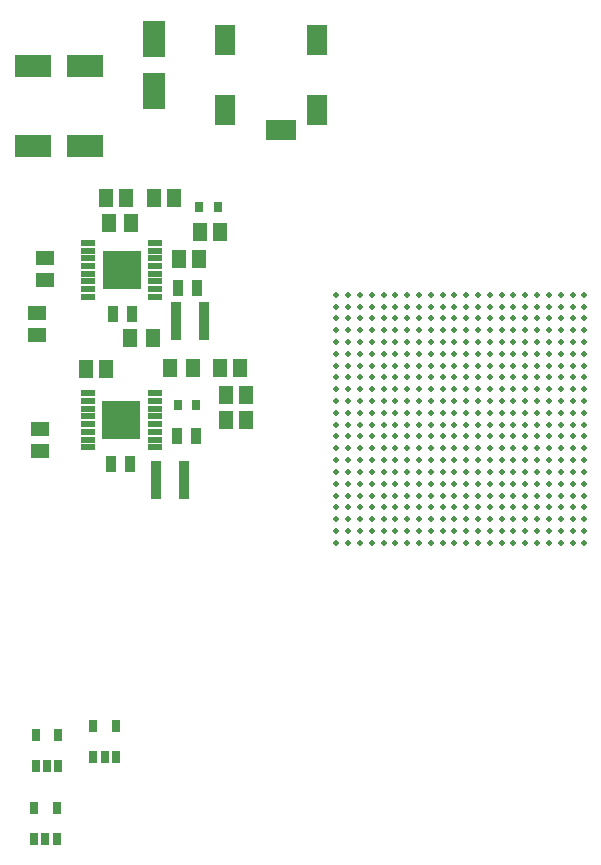
<source format=gbr>
G04 EAGLE Gerber RS-274X export*
G75*
%MOMM*%
%FSLAX34Y34*%
%LPD*%
%INSolderpaste Top*%
%IPPOS*%
%AMOC8*
5,1,8,0,0,1.08239X$1,22.5*%
G01*
%ADD10R,1.300000X1.500000*%
%ADD11R,0.970000X1.470000*%
%ADD12R,0.690000X0.990000*%
%ADD13R,1.800000X2.500000*%
%ADD14R,2.500000X1.800000*%
%ADD15R,0.800000X0.950000*%
%ADD16R,1.500000X1.300000*%
%ADD17R,1.271900X0.581800*%
%ADD18R,3.300000X3.300000*%
%ADD19C,0.500000*%
%ADD20R,0.961800X3.341800*%
%ADD21R,1.850000X3.150000*%
%ADD22R,3.150000X1.850000*%


D10*
X314100Y494800D03*
X331100Y494800D03*
X258000Y639100D03*
X275000Y639100D03*
X319000Y472300D03*
X336000Y472300D03*
X279500Y587400D03*
X296500Y587400D03*
D11*
X221800Y413700D03*
X238400Y413700D03*
X223400Y540700D03*
X240000Y540700D03*
X294200Y437400D03*
X277600Y437400D03*
X294900Y563200D03*
X278300Y563200D03*
D10*
X201000Y494500D03*
X218000Y494500D03*
X217700Y639100D03*
X234700Y639100D03*
X319100Y451100D03*
X336100Y451100D03*
X314400Y610600D03*
X297400Y610600D03*
D12*
X157000Y96800D03*
X166500Y96800D03*
X176000Y96800D03*
X176000Y122700D03*
X157000Y122700D03*
X207100Y165800D03*
X216600Y165800D03*
X226100Y165800D03*
X226100Y191700D03*
X207100Y191700D03*
X158300Y158600D03*
X167800Y158600D03*
X177300Y158600D03*
X177300Y184500D03*
X158300Y184500D03*
D13*
X396800Y713300D03*
X318800Y713300D03*
X396800Y773300D03*
X318800Y773300D03*
D14*
X365800Y696800D03*
D10*
X291200Y494900D03*
X272200Y494900D03*
X238900Y618300D03*
X219900Y618300D03*
D15*
X278300Y464200D03*
X294300Y464200D03*
X296400Y631300D03*
X312400Y631300D03*
D10*
X257500Y520500D03*
X238500Y520500D03*
D16*
X165900Y588400D03*
X165900Y569400D03*
X162000Y443600D03*
X162000Y424600D03*
X159700Y542100D03*
X159700Y523100D03*
D17*
X202583Y473650D03*
X202583Y467150D03*
X202583Y460650D03*
X202583Y454150D03*
X202583Y447650D03*
X202583Y441150D03*
X202583Y434650D03*
X202583Y428150D03*
X259017Y428150D03*
X259017Y434650D03*
X259017Y441150D03*
X259017Y447650D03*
X259017Y454150D03*
X259017Y460650D03*
X259017Y467150D03*
X259017Y473650D03*
D18*
X230800Y450900D03*
D19*
X412750Y557250D03*
X422750Y557250D03*
X432750Y557250D03*
X442750Y557250D03*
X452750Y557250D03*
X462750Y557250D03*
X472750Y557250D03*
X482750Y557250D03*
X492750Y557250D03*
X502750Y557250D03*
X512750Y557250D03*
X522750Y557250D03*
X532750Y557250D03*
X542750Y557250D03*
X552750Y557250D03*
X562750Y557250D03*
X572750Y557250D03*
X582750Y557250D03*
X592750Y557250D03*
X602750Y557250D03*
X612750Y557250D03*
X622750Y557250D03*
X412750Y547250D03*
X422750Y547250D03*
X432750Y547250D03*
X442750Y547250D03*
X452750Y547250D03*
X462750Y547250D03*
X472750Y547250D03*
X482750Y547250D03*
X492750Y547250D03*
X502750Y547250D03*
X512750Y547250D03*
X522750Y547250D03*
X532750Y547250D03*
X542750Y547250D03*
X552750Y547250D03*
X562750Y547250D03*
X572750Y547250D03*
X582750Y547250D03*
X592750Y547250D03*
X602750Y547250D03*
X612750Y547250D03*
X622750Y547250D03*
X412750Y537250D03*
X422750Y537250D03*
X432750Y537250D03*
X442750Y537250D03*
X452750Y537250D03*
X462750Y537250D03*
X472750Y537250D03*
X482750Y537250D03*
X492750Y537250D03*
X502750Y537250D03*
X512750Y537250D03*
X522750Y537250D03*
X532750Y537250D03*
X542750Y537250D03*
X552750Y537250D03*
X562750Y537250D03*
X572750Y537250D03*
X582750Y537250D03*
X592750Y537250D03*
X602750Y537250D03*
X612750Y537250D03*
X622750Y537250D03*
X412750Y527250D03*
X422750Y527250D03*
X432750Y527250D03*
X442750Y527250D03*
X452750Y527250D03*
X462750Y527250D03*
X472750Y527250D03*
X482750Y527250D03*
X492750Y527250D03*
X502750Y527250D03*
X512750Y527250D03*
X522750Y527250D03*
X532750Y527250D03*
X542750Y527250D03*
X552750Y527250D03*
X562750Y527250D03*
X572750Y527250D03*
X582750Y527250D03*
X592750Y527250D03*
X602750Y527250D03*
X612750Y527250D03*
X622750Y527250D03*
X412750Y517250D03*
X422750Y517250D03*
X432750Y517250D03*
X442750Y517250D03*
X452750Y517250D03*
X462750Y517250D03*
X472750Y517250D03*
X482750Y517250D03*
X492750Y517250D03*
X502750Y517250D03*
X512750Y517250D03*
X522750Y517250D03*
X532750Y517250D03*
X542750Y517250D03*
X552750Y517250D03*
X562750Y517250D03*
X572750Y517250D03*
X582750Y517250D03*
X592750Y517250D03*
X602750Y517250D03*
X612750Y517250D03*
X622750Y517250D03*
X412750Y507250D03*
X422750Y507250D03*
X432750Y507250D03*
X442750Y507250D03*
X452750Y507250D03*
X462750Y507250D03*
X472750Y507250D03*
X482750Y507250D03*
X492750Y507250D03*
X502750Y507250D03*
X512750Y507250D03*
X522750Y507250D03*
X532750Y507250D03*
X542750Y507250D03*
X552750Y507250D03*
X562750Y507250D03*
X572750Y507250D03*
X582750Y507250D03*
X592750Y507250D03*
X602750Y507250D03*
X612750Y507250D03*
X622750Y507250D03*
X412750Y497250D03*
X422750Y497250D03*
X432750Y497250D03*
X442750Y497250D03*
X452750Y497250D03*
X462750Y497250D03*
X472750Y497250D03*
X482750Y497250D03*
X492750Y497250D03*
X502750Y497250D03*
X512750Y497250D03*
X522750Y497250D03*
X532750Y497250D03*
X542750Y497250D03*
X552750Y497250D03*
X562750Y497250D03*
X572750Y497250D03*
X582750Y497250D03*
X592750Y497250D03*
X602750Y497250D03*
X612750Y497250D03*
X622750Y497250D03*
X412750Y487250D03*
X422750Y487250D03*
X432750Y487250D03*
X442750Y487250D03*
X452750Y487250D03*
X462750Y487250D03*
X472750Y487250D03*
X482750Y487250D03*
X492750Y487250D03*
X502750Y487250D03*
X512750Y487250D03*
X522750Y487250D03*
X532750Y487250D03*
X542750Y487250D03*
X552750Y487250D03*
X562750Y487250D03*
X572750Y487250D03*
X582750Y487250D03*
X592750Y487250D03*
X602750Y487250D03*
X612750Y487250D03*
X622750Y487250D03*
X412750Y477250D03*
X422750Y477250D03*
X432750Y477250D03*
X442750Y477250D03*
X452750Y477250D03*
X462750Y477250D03*
X472750Y477250D03*
X482750Y477250D03*
X492750Y477250D03*
X502750Y477250D03*
X512750Y477250D03*
X522750Y477250D03*
X532750Y477250D03*
X542750Y477250D03*
X552750Y477250D03*
X562750Y477250D03*
X572750Y477250D03*
X582750Y477250D03*
X592750Y477250D03*
X602750Y477250D03*
X612750Y477250D03*
X622750Y477250D03*
X412750Y467250D03*
X422750Y467250D03*
X432750Y467250D03*
X442750Y467250D03*
X452750Y467250D03*
X462750Y467250D03*
X472750Y467250D03*
X482750Y467250D03*
X492750Y467250D03*
X502750Y467250D03*
X512750Y467250D03*
X522750Y467250D03*
X532750Y467250D03*
X542750Y467250D03*
X552750Y467250D03*
X562750Y467250D03*
X572750Y467250D03*
X582750Y467250D03*
X592750Y467250D03*
X602750Y467250D03*
X612750Y467250D03*
X622750Y467250D03*
X412750Y457250D03*
X422750Y457250D03*
X432750Y457250D03*
X442750Y457250D03*
X452750Y457250D03*
X462750Y457250D03*
X472750Y457250D03*
X482750Y457250D03*
X492750Y457250D03*
X502750Y457250D03*
X512750Y457250D03*
X522750Y457250D03*
X532750Y457250D03*
X542750Y457250D03*
X552750Y457250D03*
X562750Y457250D03*
X572750Y457250D03*
X582750Y457250D03*
X592750Y457250D03*
X602750Y457250D03*
X612750Y457250D03*
X622750Y457250D03*
X412750Y447250D03*
X422750Y447250D03*
X432750Y447250D03*
X442750Y447250D03*
X452750Y447250D03*
X462750Y447250D03*
X472750Y447250D03*
X482750Y447250D03*
X492750Y447250D03*
X502750Y447250D03*
X512750Y447250D03*
X522750Y447250D03*
X532750Y447250D03*
X542750Y447250D03*
X552750Y447250D03*
X562750Y447250D03*
X572750Y447250D03*
X582750Y447250D03*
X592750Y447250D03*
X602750Y447250D03*
X612750Y447250D03*
X622750Y447250D03*
X412750Y437250D03*
X422750Y437250D03*
X432750Y437250D03*
X442750Y437250D03*
X452750Y437250D03*
X462750Y437250D03*
X472750Y437250D03*
X482750Y437250D03*
X492750Y437250D03*
X502750Y437250D03*
X512750Y437250D03*
X522750Y437250D03*
X532750Y437250D03*
X542750Y437250D03*
X552750Y437250D03*
X562750Y437250D03*
X572750Y437250D03*
X582750Y437250D03*
X592750Y437250D03*
X602750Y437250D03*
X612750Y437250D03*
X622750Y437250D03*
X412750Y427250D03*
X422750Y427250D03*
X432750Y427250D03*
X442750Y427250D03*
X452750Y427250D03*
X462750Y427250D03*
X472750Y427250D03*
X482750Y427250D03*
X492750Y427250D03*
X502750Y427250D03*
X512750Y427250D03*
X522750Y427250D03*
X532750Y427250D03*
X542750Y427250D03*
X552750Y427250D03*
X562750Y427250D03*
X572750Y427250D03*
X582750Y427250D03*
X592750Y427250D03*
X602750Y427250D03*
X612750Y427250D03*
X622750Y427250D03*
X412750Y417250D03*
X422750Y417250D03*
X432750Y417250D03*
X442750Y417250D03*
X452750Y417250D03*
X462750Y417250D03*
X472750Y417250D03*
X482750Y417250D03*
X492750Y417250D03*
X502750Y417250D03*
X512750Y417250D03*
X522750Y417250D03*
X532750Y417250D03*
X542750Y417250D03*
X552750Y417250D03*
X562750Y417250D03*
X572750Y417250D03*
X582750Y417250D03*
X592750Y417250D03*
X602750Y417250D03*
X612750Y417250D03*
X622750Y417250D03*
X412750Y407250D03*
X422750Y407250D03*
X432750Y407250D03*
X442750Y407250D03*
X452750Y407250D03*
X462750Y407250D03*
X472750Y407250D03*
X482750Y407250D03*
X492750Y407250D03*
X502750Y407250D03*
X512750Y407250D03*
X522750Y407250D03*
X532750Y407250D03*
X542750Y407250D03*
X552750Y407250D03*
X562750Y407250D03*
X572750Y407250D03*
X582750Y407250D03*
X592750Y407250D03*
X602750Y407250D03*
X612750Y407250D03*
X622750Y407250D03*
X412750Y397250D03*
X422750Y397250D03*
X432750Y397250D03*
X442750Y397250D03*
X452750Y397250D03*
X462750Y397250D03*
X472750Y397250D03*
X482750Y397250D03*
X492750Y397250D03*
X502750Y397250D03*
X512750Y397250D03*
X522750Y397250D03*
X532750Y397250D03*
X542750Y397250D03*
X552750Y397250D03*
X562750Y397250D03*
X572750Y397250D03*
X582750Y397250D03*
X592750Y397250D03*
X602750Y397250D03*
X612750Y397250D03*
X622750Y397250D03*
X412750Y387250D03*
X422750Y387250D03*
X432750Y387250D03*
X442750Y387250D03*
X452750Y387250D03*
X462750Y387250D03*
X472750Y387250D03*
X482750Y387250D03*
X492750Y387250D03*
X502750Y387250D03*
X512750Y387250D03*
X522750Y387250D03*
X532750Y387250D03*
X542750Y387250D03*
X552750Y387250D03*
X562750Y387250D03*
X572750Y387250D03*
X582750Y387250D03*
X592750Y387250D03*
X602750Y387250D03*
X612750Y387250D03*
X622750Y387250D03*
X412750Y377250D03*
X422750Y377250D03*
X432750Y377250D03*
X442750Y377250D03*
X452750Y377250D03*
X462750Y377250D03*
X472750Y377250D03*
X482750Y377250D03*
X492750Y377250D03*
X502750Y377250D03*
X512750Y377250D03*
X522750Y377250D03*
X532750Y377250D03*
X542750Y377250D03*
X552750Y377250D03*
X562750Y377250D03*
X572750Y377250D03*
X582750Y377250D03*
X592750Y377250D03*
X602750Y377250D03*
X612750Y377250D03*
X622750Y377250D03*
X412750Y367250D03*
X422750Y367250D03*
X432750Y367250D03*
X442750Y367250D03*
X452750Y367250D03*
X462750Y367250D03*
X472750Y367250D03*
X482750Y367250D03*
X492750Y367250D03*
X502750Y367250D03*
X512750Y367250D03*
X522750Y367250D03*
X532750Y367250D03*
X542750Y367250D03*
X552750Y367250D03*
X562750Y367250D03*
X572750Y367250D03*
X582750Y367250D03*
X592750Y367250D03*
X602750Y367250D03*
X612750Y367250D03*
X622750Y367250D03*
X412750Y357250D03*
X422750Y357250D03*
X432750Y357250D03*
X442750Y357250D03*
X452750Y357250D03*
X462750Y357250D03*
X472750Y357250D03*
X482750Y357250D03*
X492750Y357250D03*
X502750Y357250D03*
X512750Y357250D03*
X522750Y357250D03*
X532750Y357250D03*
X542750Y357250D03*
X552750Y357250D03*
X562750Y357250D03*
X572750Y357250D03*
X582750Y357250D03*
X592750Y357250D03*
X602750Y357250D03*
X612750Y357250D03*
X622750Y357250D03*
X412750Y347250D03*
X422750Y347250D03*
X432750Y347250D03*
X442750Y347250D03*
X452750Y347250D03*
X462750Y347250D03*
X472750Y347250D03*
X482750Y347250D03*
X492750Y347250D03*
X502750Y347250D03*
X512750Y347250D03*
X522750Y347250D03*
X532750Y347250D03*
X542750Y347250D03*
X552750Y347250D03*
X562750Y347250D03*
X572750Y347250D03*
X582750Y347250D03*
X592750Y347250D03*
X602750Y347250D03*
X612750Y347250D03*
X622750Y347250D03*
D17*
X202883Y600950D03*
X202883Y594450D03*
X202883Y587950D03*
X202883Y581450D03*
X202883Y574950D03*
X202883Y568450D03*
X202883Y561950D03*
X202883Y555450D03*
X259317Y555450D03*
X259317Y561950D03*
X259317Y568450D03*
X259317Y574950D03*
X259317Y581450D03*
X259317Y587950D03*
X259317Y594450D03*
X259317Y600950D03*
D18*
X231100Y578200D03*
D20*
X260450Y400000D03*
X284150Y400000D03*
X277050Y534600D03*
X300750Y534600D03*
D21*
X258000Y729500D03*
X258000Y773500D03*
D22*
X199900Y750800D03*
X155900Y750800D03*
X200200Y683100D03*
X156200Y683100D03*
M02*

</source>
